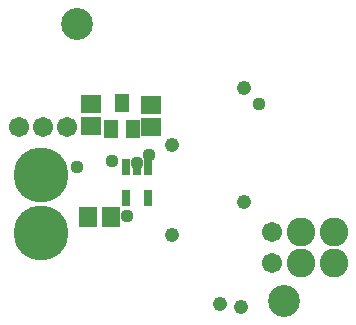
<source format=gts>
G75*
G70*
%OFA0B0*%
%FSLAX24Y24*%
%IPPOS*%
%LPD*%
%AMOC8*
5,1,8,0,0,1.08239X$1,22.5*
%
%ADD10C,0.1064*%
%ADD11C,0.1830*%
%ADD12C,0.0955*%
%ADD13R,0.0297X0.0552*%
%ADD14R,0.0474X0.0631*%
%ADD15R,0.0592X0.0671*%
%ADD16R,0.0671X0.0592*%
%ADD17C,0.0671*%
%ADD18C,0.0437*%
%ADD19C,0.0476*%
D10*
X009433Y001494D03*
X002544Y010746D03*
D11*
X001331Y003759D03*
X001331Y005709D03*
D12*
X009981Y003816D03*
X009981Y002766D03*
X011081Y002766D03*
X011081Y003816D03*
D13*
X004905Y004951D03*
X004157Y004951D03*
X004157Y005974D03*
X004531Y005974D03*
X004905Y005974D03*
D14*
X004395Y007229D03*
X003647Y007229D03*
X004021Y008096D03*
D15*
X003655Y004312D03*
X002907Y004312D03*
D16*
X002981Y007338D03*
X002981Y008086D03*
X004981Y008036D03*
X004981Y007288D03*
D17*
X002181Y007312D03*
X001381Y007312D03*
X000581Y007312D03*
X009031Y003816D03*
X009031Y002766D03*
D18*
X004931Y006362D03*
X004531Y006112D03*
X003681Y006178D03*
X002531Y005962D03*
X003731Y004362D03*
X004181Y004322D03*
X008581Y008062D03*
D19*
X008081Y008612D03*
X005681Y006712D03*
X004881Y008062D03*
X004031Y008062D03*
X002981Y008112D03*
X002831Y004312D03*
X005681Y003712D03*
X007281Y001412D03*
X007981Y001312D03*
X008081Y004812D03*
M02*

</source>
